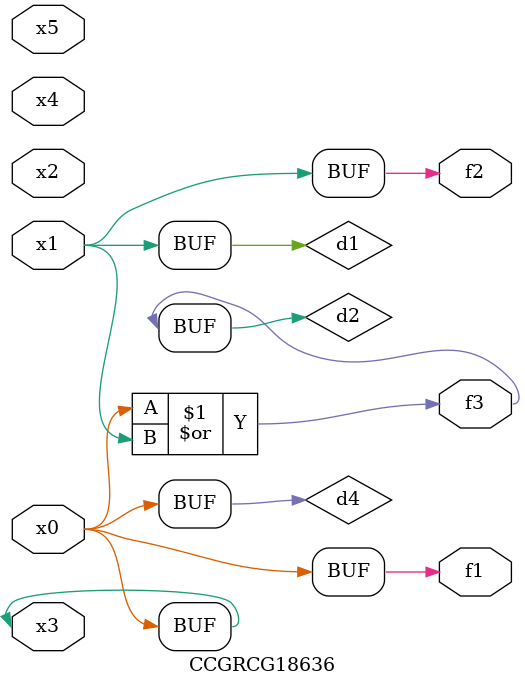
<source format=v>
module CCGRCG18636(
	input x0, x1, x2, x3, x4, x5,
	output f1, f2, f3
);

	wire d1, d2, d3, d4;

	and (d1, x1);
	or (d2, x0, x1);
	nand (d3, x0, x5);
	buf (d4, x0, x3);
	assign f1 = d4;
	assign f2 = d1;
	assign f3 = d2;
endmodule

</source>
